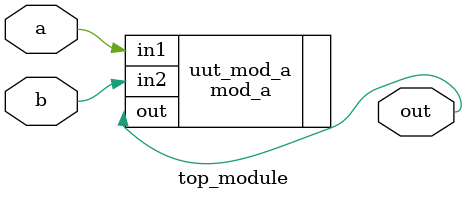
<source format=v>
module top_module ( input a, input b, output out );
    mod_a uut_mod_a (.in1(a),.in2(b),.out(out));
endmodule

</source>
